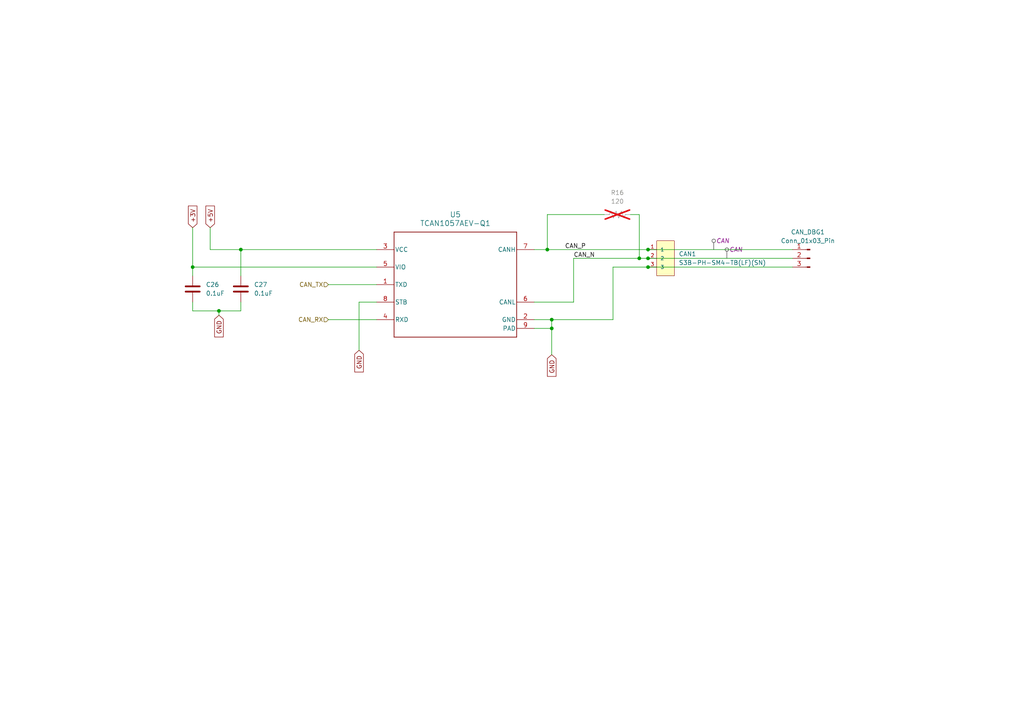
<source format=kicad_sch>
(kicad_sch (version 20230121) (generator eeschema)

  (uuid 43426bb4-b6c2-4c80-8e0e-23a177f8098b)

  (paper "A4")

  (title_block
    (title "moteus-c1")
    (rev "1.0")
  )

  (lib_symbols
    (symbol "Connector:Conn_01x03_Pin" (pin_names (offset 1.016) hide) (in_bom yes) (on_board yes)
      (property "Reference" "J" (at 0 5.08 0)
        (effects (font (size 1.27 1.27)))
      )
      (property "Value" "Conn_01x03_Pin" (at 0 -5.08 0)
        (effects (font (size 1.27 1.27)))
      )
      (property "Footprint" "" (at 0 0 0)
        (effects (font (size 1.27 1.27)) hide)
      )
      (property "Datasheet" "~" (at 0 0 0)
        (effects (font (size 1.27 1.27)) hide)
      )
      (property "ki_locked" "" (at 0 0 0)
        (effects (font (size 1.27 1.27)))
      )
      (property "ki_keywords" "connector" (at 0 0 0)
        (effects (font (size 1.27 1.27)) hide)
      )
      (property "ki_description" "Generic connector, single row, 01x03, script generated" (at 0 0 0)
        (effects (font (size 1.27 1.27)) hide)
      )
      (property "ki_fp_filters" "Connector*:*_1x??_*" (at 0 0 0)
        (effects (font (size 1.27 1.27)) hide)
      )
      (symbol "Conn_01x03_Pin_1_1"
        (polyline
          (pts
            (xy 1.27 -2.54)
            (xy 0.8636 -2.54)
          )
          (stroke (width 0.1524) (type default))
          (fill (type none))
        )
        (polyline
          (pts
            (xy 1.27 0)
            (xy 0.8636 0)
          )
          (stroke (width 0.1524) (type default))
          (fill (type none))
        )
        (polyline
          (pts
            (xy 1.27 2.54)
            (xy 0.8636 2.54)
          )
          (stroke (width 0.1524) (type default))
          (fill (type none))
        )
        (rectangle (start 0.8636 -2.413) (end 0 -2.667)
          (stroke (width 0.1524) (type default))
          (fill (type outline))
        )
        (rectangle (start 0.8636 0.127) (end 0 -0.127)
          (stroke (width 0.1524) (type default))
          (fill (type outline))
        )
        (rectangle (start 0.8636 2.667) (end 0 2.413)
          (stroke (width 0.1524) (type default))
          (fill (type outline))
        )
        (pin passive line (at 5.08 2.54 180) (length 3.81)
          (name "Pin_1" (effects (font (size 1.27 1.27))))
          (number "1" (effects (font (size 1.27 1.27))))
        )
        (pin passive line (at 5.08 0 180) (length 3.81)
          (name "Pin_2" (effects (font (size 1.27 1.27))))
          (number "2" (effects (font (size 1.27 1.27))))
        )
        (pin passive line (at 5.08 -2.54 180) (length 3.81)
          (name "Pin_3" (effects (font (size 1.27 1.27))))
          (number "3" (effects (font (size 1.27 1.27))))
        )
      )
    )
    (symbol "Device:C" (pin_numbers hide) (pin_names (offset 0.254)) (in_bom yes) (on_board yes)
      (property "Reference" "C" (at 0.635 2.54 0)
        (effects (font (size 1.27 1.27)) (justify left))
      )
      (property "Value" "C" (at 0.635 -2.54 0)
        (effects (font (size 1.27 1.27)) (justify left))
      )
      (property "Footprint" "" (at 0.9652 -3.81 0)
        (effects (font (size 1.27 1.27)) hide)
      )
      (property "Datasheet" "~" (at 0 0 0)
        (effects (font (size 1.27 1.27)) hide)
      )
      (property "ki_keywords" "cap capacitor" (at 0 0 0)
        (effects (font (size 1.27 1.27)) hide)
      )
      (property "ki_description" "Unpolarized capacitor" (at 0 0 0)
        (effects (font (size 1.27 1.27)) hide)
      )
      (property "ki_fp_filters" "C_*" (at 0 0 0)
        (effects (font (size 1.27 1.27)) hide)
      )
      (symbol "C_0_1"
        (polyline
          (pts
            (xy -2.032 -0.762)
            (xy 2.032 -0.762)
          )
          (stroke (width 0.508) (type default))
          (fill (type none))
        )
        (polyline
          (pts
            (xy -2.032 0.762)
            (xy 2.032 0.762)
          )
          (stroke (width 0.508) (type default))
          (fill (type none))
        )
      )
      (symbol "C_1_1"
        (pin passive line (at 0 3.81 270) (length 2.794)
          (name "~" (effects (font (size 1.27 1.27))))
          (number "1" (effects (font (size 1.27 1.27))))
        )
        (pin passive line (at 0 -3.81 90) (length 2.794)
          (name "~" (effects (font (size 1.27 1.27))))
          (number "2" (effects (font (size 1.27 1.27))))
        )
      )
    )
    (symbol "Device:R_US" (pin_numbers hide) (pin_names (offset 0)) (in_bom yes) (on_board yes)
      (property "Reference" "R" (at 2.54 0 90)
        (effects (font (size 1.27 1.27)))
      )
      (property "Value" "R_US" (at -2.54 0 90)
        (effects (font (size 1.27 1.27)))
      )
      (property "Footprint" "" (at 1.016 -0.254 90)
        (effects (font (size 1.27 1.27)) hide)
      )
      (property "Datasheet" "~" (at 0 0 0)
        (effects (font (size 1.27 1.27)) hide)
      )
      (property "ki_keywords" "R res resistor" (at 0 0 0)
        (effects (font (size 1.27 1.27)) hide)
      )
      (property "ki_description" "Resistor, US symbol" (at 0 0 0)
        (effects (font (size 1.27 1.27)) hide)
      )
      (property "ki_fp_filters" "R_*" (at 0 0 0)
        (effects (font (size 1.27 1.27)) hide)
      )
      (symbol "R_US_0_1"
        (polyline
          (pts
            (xy 0 -2.286)
            (xy 0 -2.54)
          )
          (stroke (width 0) (type default))
          (fill (type none))
        )
        (polyline
          (pts
            (xy 0 2.286)
            (xy 0 2.54)
          )
          (stroke (width 0) (type default))
          (fill (type none))
        )
        (polyline
          (pts
            (xy 0 -0.762)
            (xy 1.016 -1.143)
            (xy 0 -1.524)
            (xy -1.016 -1.905)
            (xy 0 -2.286)
          )
          (stroke (width 0) (type default))
          (fill (type none))
        )
        (polyline
          (pts
            (xy 0 0.762)
            (xy 1.016 0.381)
            (xy 0 0)
            (xy -1.016 -0.381)
            (xy 0 -0.762)
          )
          (stroke (width 0) (type default))
          (fill (type none))
        )
        (polyline
          (pts
            (xy 0 2.286)
            (xy 1.016 1.905)
            (xy 0 1.524)
            (xy -1.016 1.143)
            (xy 0 0.762)
          )
          (stroke (width 0) (type default))
          (fill (type none))
        )
      )
      (symbol "R_US_1_1"
        (pin passive line (at 0 3.81 270) (length 1.27)
          (name "~" (effects (font (size 1.27 1.27))))
          (number "1" (effects (font (size 1.27 1.27))))
        )
        (pin passive line (at 0 -3.81 90) (length 1.27)
          (name "~" (effects (font (size 1.27 1.27))))
          (number "2" (effects (font (size 1.27 1.27))))
        )
      )
    )
    (symbol "moteus:S3B-PH-SM4-TB(LF)(SN)" (pin_names (offset 1.016)) (in_bom yes) (on_board yes)
      (property "Reference" "J" (at -2.542 5.084 0)
        (effects (font (size 1.27 1.27)) (justify left bottom))
      )
      (property "Value" "S3B-PH-SM4-TB(LF)(SN)" (at -2.5434 -7.63 0)
        (effects (font (size 1.27 1.27)) (justify left bottom))
      )
      (property "Footprint" "S3B-PH-SM4-TB(LF)(SN):JST_S3B-PH-SM4-TB(LF)(SN)" (at 0 0 0)
        (effects (font (size 1.27 1.27)) (justify bottom) hide)
      )
      (property "Datasheet" "" (at 0 0 0)
        (effects (font (size 1.27 1.27)) hide)
      )
      (property "DigiKey_Part_Number" "" (at 0 0 0)
        (effects (font (size 1.27 1.27)) (justify bottom) hide)
      )
      (property "SnapEDA_Link" "https://www.snapeda.com/parts/S3B-PH-SM4-TB(LF)(SN)/JST+Sales+America+Inc./view-part/?ref=snap" (at 0 0 0)
        (effects (font (size 1.27 1.27)) (justify bottom) hide)
      )
      (property "Description" "\nConnector Header Surface Mount, Right Angle 3 position 0.079 (2.00mm)\n" (at 0 0 0)
        (effects (font (size 1.27 1.27)) (justify bottom) hide)
      )
      (property "Package" "None" (at 0 0 0)
        (effects (font (size 1.27 1.27)) (justify bottom) hide)
      )
      (property "Check_prices" "https://www.snapeda.com/parts/S3B-PH-SM4-TB(LF)(SN)/JST+Sales+America+Inc./view-part/?ref=eda" (at 0 0 0)
        (effects (font (size 1.27 1.27)) (justify bottom) hide)
      )
      (property "STANDARD" "MANUFACTURER RECOMMENDATIONS" (at 0 0 0)
        (effects (font (size 1.27 1.27)) (justify bottom) hide)
      )
      (property "PARTREV" "NA" (at 0 0 0)
        (effects (font (size 1.27 1.27)) (justify bottom) hide)
      )
      (property "MF" "JST Sales" (at 0 0 0)
        (effects (font (size 1.27 1.27)) (justify bottom) hide)
      )
      (property "MP" "S3B-PH-SM4-TB(LF)(SN)" (at 0 0 0)
        (effects (font (size 1.27 1.27)) (justify bottom) hide)
      )
      (property "MANUFACTURER" "JST" (at 0 0 0)
        (effects (font (size 1.27 1.27)) (justify bottom) hide)
      )
      (symbol "S3B-PH-SM4-TB(LF)(SN)_0_0"
        (rectangle (start -2.54 -5.08) (end 2.54 5.08)
          (stroke (width 0.127) (type default))
          (fill (type background))
        )
        (pin passive line (at -5.08 2.54 0) (length 2.54)
          (name "1" (effects (font (size 1.016 1.016))))
          (number "1" (effects (font (size 1.016 1.016))))
        )
        (pin passive line (at -5.08 0 0) (length 2.54)
          (name "2" (effects (font (size 1.016 1.016))))
          (number "2" (effects (font (size 1.016 1.016))))
        )
        (pin passive line (at -5.08 -2.54 0) (length 2.54)
          (name "3" (effects (font (size 1.016 1.016))))
          (number "3" (effects (font (size 1.016 1.016))))
        )
      )
    )
    (symbol "moteus:TCAN1042HGVDRBRQ1" (pin_names (offset 0.254)) (in_bom yes) (on_board yes)
      (property "Reference" "U" (at 0 2.54 0)
        (effects (font (size 1.524 1.524)))
      )
      (property "Value" "TCAN1042HGVDRBRQ1" (at 0 0 0)
        (effects (font (size 1.524 1.524)))
      )
      (property "Footprint" "DRB0008F" (at 0 0 0)
        (effects (font (size 1.27 1.27) italic) hide)
      )
      (property "Datasheet" "TCAN1042HGVDRBRQ1" (at 0 0 0)
        (effects (font (size 1.27 1.27) italic) hide)
      )
      (property "ki_locked" "" (at 0 0 0)
        (effects (font (size 1.27 1.27)))
      )
      (property "ki_keywords" "TCAN1042HGVDRBRQ1" (at 0 0 0)
        (effects (font (size 1.27 1.27)) hide)
      )
      (property "ki_fp_filters" "DRB0008F" (at 0 0 0)
        (effects (font (size 1.27 1.27)) hide)
      )
      (symbol "TCAN1042HGVDRBRQ1_0_1"
        (polyline
          (pts
            (xy -17.78 -15.24)
            (xy 17.78 -15.24)
          )
          (stroke (width 0.2032) (type default))
          (fill (type none))
        )
        (polyline
          (pts
            (xy -17.78 15.24)
            (xy -17.78 -15.24)
          )
          (stroke (width 0.2032) (type default))
          (fill (type none))
        )
        (polyline
          (pts
            (xy 17.78 -15.24)
            (xy 17.78 15.24)
          )
          (stroke (width 0.2032) (type default))
          (fill (type none))
        )
        (polyline
          (pts
            (xy 17.78 15.24)
            (xy -17.78 15.24)
          )
          (stroke (width 0.2032) (type default))
          (fill (type none))
        )
        (pin input line (at -22.86 0 0) (length 5.08)
          (name "TXD" (effects (font (size 1.27 1.27))))
          (number "1" (effects (font (size 1.27 1.27))))
        )
        (pin power_in line (at 22.86 -10.16 180) (length 5.08)
          (name "GND" (effects (font (size 1.27 1.27))))
          (number "2" (effects (font (size 1.27 1.27))))
        )
        (pin power_in line (at -22.86 10.16 0) (length 5.08)
          (name "VCC" (effects (font (size 1.27 1.27))))
          (number "3" (effects (font (size 1.27 1.27))))
        )
        (pin output line (at -22.86 -10.16 0) (length 5.08)
          (name "RXD" (effects (font (size 1.27 1.27))))
          (number "4" (effects (font (size 1.27 1.27))))
        )
        (pin power_in line (at -22.86 5.08 0) (length 5.08)
          (name "VIO" (effects (font (size 1.27 1.27))))
          (number "5" (effects (font (size 1.27 1.27))))
        )
        (pin bidirectional line (at 22.86 -5.08 180) (length 5.08)
          (name "CANL" (effects (font (size 1.27 1.27))))
          (number "6" (effects (font (size 1.27 1.27))))
        )
        (pin bidirectional line (at 22.86 10.16 180) (length 5.08)
          (name "CANH" (effects (font (size 1.27 1.27))))
          (number "7" (effects (font (size 1.27 1.27))))
        )
        (pin input line (at -22.86 -5.08 0) (length 5.08)
          (name "STB" (effects (font (size 1.27 1.27))))
          (number "8" (effects (font (size 1.27 1.27))))
        )
        (pin power_in line (at 22.86 -12.7 180) (length 5.08)
          (name "PAD" (effects (font (size 1.27 1.27))))
          (number "9" (effects (font (size 1.27 1.27))))
        )
      )
    )
  )

  (junction (at 158.75 72.39) (diameter 0) (color 0 0 0 0)
    (uuid 09af2eaa-53c4-40a9-85f2-eb2becdd4ca9)
  )
  (junction (at 160.02 92.71) (diameter 0) (color 0 0 0 0)
    (uuid 0cf6aa07-8606-4e36-a1b3-764f0be26e4b)
  )
  (junction (at 187.96 74.93) (diameter 0) (color 0 0 0 0)
    (uuid 2b9d4c4f-5f6f-4cd8-9b36-a0afc020d6de)
  )
  (junction (at 69.85 72.39) (diameter 0) (color 0 0 0 0)
    (uuid 2c7389df-922d-4eeb-8955-8ba1d47adf79)
  )
  (junction (at 63.5 90.17) (diameter 0) (color 0 0 0 0)
    (uuid 333d54ad-7fac-44be-8fa4-493c0939a701)
  )
  (junction (at 160.02 95.25) (diameter 0) (color 0 0 0 0)
    (uuid 6d43036d-115c-461b-abf5-68a6d912008a)
  )
  (junction (at 55.88 77.47) (diameter 0) (color 0 0 0 0)
    (uuid 8c6cb8e5-b6ef-4def-82fc-8a570e7eae59)
  )
  (junction (at 185.42 74.93) (diameter 0) (color 0 0 0 0)
    (uuid a7eede5d-b719-47f3-aa2d-8f9dcc8f4caf)
  )
  (junction (at 187.96 72.39) (diameter 0) (color 0 0 0 0)
    (uuid c4a2cc83-58a7-4bda-ada9-858a2f74c256)
  )
  (junction (at 187.96 77.47) (diameter 0) (color 0 0 0 0)
    (uuid fe5ddd16-8fdf-42a4-91ee-0d4fed3aa992)
  )

  (wire (pts (xy 55.88 66.04) (xy 55.88 77.47))
    (stroke (width 0) (type default))
    (uuid 0a1b6602-ee81-465c-b304-66e944367847)
  )
  (wire (pts (xy 154.94 72.39) (xy 158.75 72.39))
    (stroke (width 0) (type default))
    (uuid 0d58b181-4411-4e6a-97e5-868747702b61)
  )
  (wire (pts (xy 160.02 95.25) (xy 160.02 92.71))
    (stroke (width 0) (type default))
    (uuid 15df65c6-75a8-4c16-a498-0f34a843fb9e)
  )
  (wire (pts (xy 158.75 62.23) (xy 158.75 72.39))
    (stroke (width 0) (type default))
    (uuid 19dbe0a6-9581-4f9a-806a-da0be08b6725)
  )
  (wire (pts (xy 185.42 62.23) (xy 185.42 74.93))
    (stroke (width 0) (type default))
    (uuid 217faea0-8bf1-49ed-b11a-753dd8d4df10)
  )
  (wire (pts (xy 69.85 87.63) (xy 69.85 90.17))
    (stroke (width 0) (type default))
    (uuid 22a1b383-fc6e-4e1c-8c8a-8e083eb797c1)
  )
  (wire (pts (xy 95.25 92.71) (xy 109.22 92.71))
    (stroke (width 0) (type default))
    (uuid 273f2001-4b60-4d65-99c5-e83dbf3fb7d0)
  )
  (wire (pts (xy 154.94 87.63) (xy 166.37 87.63))
    (stroke (width 0) (type default))
    (uuid 3c28751a-86b8-499f-a6a0-ce82ed6428c5)
  )
  (wire (pts (xy 158.75 72.39) (xy 187.96 72.39))
    (stroke (width 0) (type default))
    (uuid 3c64627f-4278-488c-a3ab-3d9b3da053d1)
  )
  (wire (pts (xy 69.85 90.17) (xy 63.5 90.17))
    (stroke (width 0) (type default))
    (uuid 53cf4c91-d58b-4e76-b0ef-bd03248720ef)
  )
  (wire (pts (xy 166.37 87.63) (xy 166.37 74.93))
    (stroke (width 0) (type default))
    (uuid 67fc191d-3759-4429-bdce-f79c93633f8b)
  )
  (wire (pts (xy 55.88 87.63) (xy 55.88 90.17))
    (stroke (width 0) (type default))
    (uuid 834f40de-bf11-4080-9cee-dd0c34f87f15)
  )
  (wire (pts (xy 185.42 74.93) (xy 187.96 74.93))
    (stroke (width 0) (type default))
    (uuid 8408e690-d183-49f5-8432-3e5b87ec36b7)
  )
  (wire (pts (xy 158.75 62.23) (xy 175.26 62.23))
    (stroke (width 0) (type default))
    (uuid 882687d3-84f2-4f7b-818f-4d08830f3ba4)
  )
  (wire (pts (xy 55.88 77.47) (xy 55.88 80.01))
    (stroke (width 0) (type default))
    (uuid 8e3ef95a-288a-46ee-b7c0-2f5b28ea3b04)
  )
  (wire (pts (xy 55.88 90.17) (xy 63.5 90.17))
    (stroke (width 0) (type default))
    (uuid 97877a7b-6d9f-43eb-932f-6c18534f459a)
  )
  (wire (pts (xy 182.88 62.23) (xy 185.42 62.23))
    (stroke (width 0) (type default))
    (uuid 9f5b9bad-0170-4a90-8740-6771e0ab40a1)
  )
  (wire (pts (xy 187.96 77.47) (xy 229.87 77.47))
    (stroke (width 0) (type default))
    (uuid a08c77d1-ee08-4ef5-a228-8bca78d23603)
  )
  (wire (pts (xy 104.14 87.63) (xy 109.22 87.63))
    (stroke (width 0) (type default))
    (uuid a099b94f-917a-474d-b4b5-56de4252f630)
  )
  (wire (pts (xy 63.5 90.17) (xy 63.5 91.44))
    (stroke (width 0) (type default))
    (uuid a4f12ea7-06ff-478c-9c0e-afc3245caef9)
  )
  (wire (pts (xy 104.14 101.6) (xy 104.14 87.63))
    (stroke (width 0) (type default))
    (uuid b512d59e-580a-40ee-a819-3ad47d29ae08)
  )
  (wire (pts (xy 160.02 102.87) (xy 160.02 95.25))
    (stroke (width 0) (type default))
    (uuid b80e1efb-2d5d-4f2a-8428-0631464310ea)
  )
  (wire (pts (xy 187.96 74.93) (xy 229.87 74.93))
    (stroke (width 0) (type default))
    (uuid b832215e-9ca2-44f2-b14d-9b7c6c2fa631)
  )
  (wire (pts (xy 166.37 74.93) (xy 185.42 74.93))
    (stroke (width 0) (type default))
    (uuid b853aa1c-7b0e-4e9f-9bc8-7c69b19b0135)
  )
  (wire (pts (xy 160.02 95.25) (xy 154.94 95.25))
    (stroke (width 0) (type default))
    (uuid bb1e70f9-800b-4306-836f-dd96f802d688)
  )
  (wire (pts (xy 177.8 92.71) (xy 177.8 77.47))
    (stroke (width 0) (type default))
    (uuid bca8dfe1-03ac-4c78-aa76-d68149dbec8c)
  )
  (wire (pts (xy 69.85 72.39) (xy 109.22 72.39))
    (stroke (width 0) (type default))
    (uuid be19eef1-4b56-4e84-892d-ce913f32f2cc)
  )
  (wire (pts (xy 60.96 66.04) (xy 60.96 72.39))
    (stroke (width 0) (type default))
    (uuid c173b726-6c00-4891-bc77-6720a7769f78)
  )
  (wire (pts (xy 177.8 77.47) (xy 187.96 77.47))
    (stroke (width 0) (type default))
    (uuid c782dedf-02d3-4310-9d10-e37275c4badf)
  )
  (wire (pts (xy 60.96 72.39) (xy 69.85 72.39))
    (stroke (width 0) (type default))
    (uuid c971dcc7-62e1-4ecb-918f-2e120b923130)
  )
  (wire (pts (xy 187.96 72.39) (xy 229.87 72.39))
    (stroke (width 0) (type default))
    (uuid ee161ae3-73ce-479e-9df5-223437dc25c1)
  )
  (wire (pts (xy 95.25 82.55) (xy 109.22 82.55))
    (stroke (width 0) (type default))
    (uuid f0cbaa0a-0cbb-4b52-ae75-676d9dda66dd)
  )
  (wire (pts (xy 160.02 92.71) (xy 177.8 92.71))
    (stroke (width 0) (type default))
    (uuid f22e61db-c455-4bef-9ded-9c31e7baf476)
  )
  (wire (pts (xy 69.85 72.39) (xy 69.85 80.01))
    (stroke (width 0) (type default))
    (uuid f37a37c3-6165-4fa0-8bdb-2ed1f5e1f29d)
  )
  (wire (pts (xy 55.88 77.47) (xy 109.22 77.47))
    (stroke (width 0) (type default))
    (uuid f921eecf-4064-46d9-a6a6-97f77ab54ba2)
  )
  (wire (pts (xy 160.02 92.71) (xy 154.94 92.71))
    (stroke (width 0) (type default))
    (uuid ff5f86fd-9592-4c11-bb28-ef7a187b2d82)
  )

  (label "CAN_N" (at 166.37 74.93 0) (fields_autoplaced)
    (effects (font (size 1.27 1.27)) (justify left bottom))
    (uuid bdc09de2-f5ba-4344-ba85-15a3799e3804)
  )
  (label "CAN_P" (at 163.83 72.39 0) (fields_autoplaced)
    (effects (font (size 1.27 1.27)) (justify left bottom))
    (uuid d4528547-d0a3-40bc-9f76-c2fadf6f0144)
  )

  (global_label "GND" (shape input) (at 160.02 102.87 270) (fields_autoplaced)
    (effects (font (size 1.27 1.27)) (justify right))
    (uuid 4fab22ff-a765-43aa-adc9-5473d289bac0)
    (property "Intersheetrefs" "${INTERSHEET_REFS}" (at 160.02 109.7257 90)
      (effects (font (size 1.27 1.27)) (justify right) hide)
    )
  )
  (global_label "GND" (shape input) (at 63.5 91.44 270) (fields_autoplaced)
    (effects (font (size 1.27 1.27)) (justify right))
    (uuid 7368c740-01c6-4d13-b99c-069b3fdb8bc7)
    (property "Intersheetrefs" "${INTERSHEET_REFS}" (at 63.5 98.2957 90)
      (effects (font (size 1.27 1.27)) (justify right) hide)
    )
  )
  (global_label "+3V" (shape input) (at 55.88 66.04 90) (fields_autoplaced)
    (effects (font (size 1.27 1.27)) (justify left))
    (uuid bb975923-ba44-4f95-9d11-79ca6d22ec4c)
    (property "Intersheetrefs" "${INTERSHEET_REFS}" (at 55.88 59.1843 90)
      (effects (font (size 1.27 1.27)) (justify left) hide)
    )
  )
  (global_label "+5V" (shape input) (at 60.96 66.04 90) (fields_autoplaced)
    (effects (font (size 1.27 1.27)) (justify left))
    (uuid c6241987-6072-440a-8633-8aa94682008c)
    (property "Intersheetrefs" "${INTERSHEET_REFS}" (at 60.96 59.1843 90)
      (effects (font (size 1.27 1.27)) (justify left) hide)
    )
  )
  (global_label "GND" (shape input) (at 104.14 101.6 270) (fields_autoplaced)
    (effects (font (size 1.27 1.27)) (justify right))
    (uuid d3860d4a-6e6c-4db2-a50f-8fc04abd4805)
    (property "Intersheetrefs" "${INTERSHEET_REFS}" (at 104.14 108.4557 90)
      (effects (font (size 1.27 1.27)) (justify right) hide)
    )
  )

  (hierarchical_label "CAN_TX" (shape input) (at 95.25 82.55 180) (fields_autoplaced)
    (effects (font (size 1.27 1.27)) (justify right))
    (uuid 6339f012-f1a3-49c8-8973-605754de11e2)
  )
  (hierarchical_label "CAN_RX" (shape input) (at 95.25 92.71 180) (fields_autoplaced)
    (effects (font (size 1.27 1.27)) (justify right))
    (uuid b8d91155-afae-4397-9683-19391c1858d8)
  )

  (netclass_flag "" (length 2.54) (shape round) (at 210.82 74.93 0) (fields_autoplaced)
    (effects (font (size 1.27 1.27)) (justify left bottom))
    (uuid 1da5fd1c-71f1-443b-b863-339748ddd8c0)
    (property "Netclass" "CAN" (at 211.5185 72.39 0)
      (effects (font (size 1.27 1.27) italic) (justify left))
    )
  )
  (netclass_flag "" (length 2.54) (shape round) (at 207.01 72.39 0) (fields_autoplaced)
    (effects (font (size 1.27 1.27)) (justify left bottom))
    (uuid 63683522-af79-4ad6-9fbd-b8aed5df207e)
    (property "Netclass" "CAN" (at 207.7085 69.85 0)
      (effects (font (size 1.27 1.27) italic) (justify left))
    )
  )

  (symbol (lib_id "moteus:S3B-PH-SM4-TB(LF)(SN)") (at 193.04 74.93 0) (unit 1)
    (in_bom yes) (on_board yes) (dnp no) (fields_autoplaced)
    (uuid 3bac4ec8-1c9c-4ae3-ad80-65f8c11d428f)
    (property "Reference" "CAN1" (at 196.85 73.66 0)
      (effects (font (size 1.27 1.27)) (justify left))
    )
    (property "Value" "S3B-PH-SM4-TB(LF)(SN)" (at 196.85 76.2 0)
      (effects (font (size 1.27 1.27)) (justify left))
    )
    (property "Footprint" "moteus:JST_S3B-PH-SM4-TB(LF)(SN)" (at 193.04 74.93 0)
      (effects (font (size 1.27 1.27)) (justify bottom) hide)
    )
    (property "Datasheet" "" (at 193.04 74.93 0)
      (effects (font (size 1.27 1.27)) hide)
    )
    (property "MF" "JST" (at 193.04 74.93 0)
      (effects (font (size 1.27 1.27)) (justify bottom) hide)
    )
    (property "MPN" "S3B-PH-SM4-TB(LF)(SN)" (at 193.04 74.93 0)
      (effects (font (size 1.27 1.27)) (justify bottom) hide)
    )
    (property "POPULATE" "1" (at 193.04 74.93 0)
      (effects (font (size 1.27 1.27)) hide)
    )
    (pin "1" (uuid dd0b1915-a1af-476f-b39c-bc221867c820))
    (pin "2" (uuid d625cee1-870e-4734-87a5-ecaab2aae06c))
    (pin "3" (uuid 5f8946fc-f606-48fc-97a3-19cc1e9e7d3e))
    (instances
      (project "moteus_c1"
        (path "/bd70986b-b0dc-4add-82aa-78459b97d0c4/cf7fb73e-e679-40b6-8bcc-ee7cd8d392ee"
          (reference "CAN1") (unit 1)
        )
      )
    )
  )

  (symbol (lib_id "moteus:TCAN1042HGVDRBRQ1") (at 132.08 82.55 0) (unit 1)
    (in_bom yes) (on_board yes) (dnp no) (fields_autoplaced)
    (uuid b0ecb3d2-4270-425b-b3d9-9e0d7cee380b)
    (property "Reference" "U5" (at 132.08 62.23 0)
      (effects (font (size 1.524 1.524)))
    )
    (property "Value" "TCAN1057AEV-Q1" (at 132.08 64.77 0)
      (effects (font (size 1.524 1.524)))
    )
    (property "Footprint" "moteus:SOIC-8_3.9x4.9mm_P1.27mm" (at 132.08 82.55 0)
      (effects (font (size 1.27 1.27) italic) hide)
    )
    (property "Datasheet" "TCAN1057AEVDRQ1" (at 132.08 82.55 0)
      (effects (font (size 1.27 1.27) italic) hide)
    )
    (property "MPN" "TCAN1057AEVDRQ1" (at 132.08 82.55 0)
      (effects (font (size 1.27 1.27)) hide)
    )
    (property "MF" "TI" (at 132.08 82.55 0)
      (effects (font (size 1.27 1.27)) hide)
    )
    (property "POPULATE" "1" (at 132.08 82.55 0)
      (effects (font (size 1.27 1.27)) hide)
    )
    (pin "1" (uuid db526dee-b5cd-49c9-93f0-9a6e1de13621))
    (pin "2" (uuid b91b8657-afeb-4f2d-9b2b-301ac71b8a21))
    (pin "3" (uuid c9e76806-42ab-4a55-abea-ddb58a8ab03f))
    (pin "4" (uuid 8211306c-22a2-4cfe-84f4-575489080342))
    (pin "5" (uuid 269979e9-7a92-4f0e-9aee-b10797f8b62c))
    (pin "6" (uuid 144bb232-e7f7-4182-afcf-23259806cfc5))
    (pin "7" (uuid 41223286-2c79-44a1-88db-f3c31daa6bd8))
    (pin "8" (uuid 7321d817-471d-463a-b1b0-3b23fb752ac4))
    (pin "9" (uuid eeeddf90-43b7-443a-9312-734bb88d9a62))
    (instances
      (project "moteus_c1"
        (path "/bd70986b-b0dc-4add-82aa-78459b97d0c4/cf7fb73e-e679-40b6-8bcc-ee7cd8d392ee"
          (reference "U5") (unit 1)
        )
      )
    )
  )

  (symbol (lib_id "Device:C") (at 69.85 83.82 0) (unit 1)
    (in_bom yes) (on_board yes) (dnp no) (fields_autoplaced)
    (uuid b31703b4-aa5e-40b7-be46-f67ed15cb8e1)
    (property "Reference" "C27" (at 73.66 82.55 0)
      (effects (font (size 1.27 1.27)) (justify left))
    )
    (property "Value" "0.1uF" (at 73.66 85.09 0)
      (effects (font (size 1.27 1.27)) (justify left))
    )
    (property "Footprint" "Capacitor_SMD:C_0402_1005Metric" (at 70.8152 87.63 0)
      (effects (font (size 1.27 1.27)) hide)
    )
    (property "Datasheet" "~" (at 69.85 83.82 0)
      (effects (font (size 1.27 1.27)) hide)
    )
    (property "MPN" "MF-CAP-0402-0.1uF" (at 69.85 83.82 0)
      (effects (font (size 1.27 1.27)) hide)
    )
    (property "POPULATE" "1" (at 69.85 83.82 0)
      (effects (font (size 1.27 1.27)) hide)
    )
    (pin "1" (uuid c0469635-92d9-49e1-bed3-0a7c1036bfd7))
    (pin "2" (uuid 4500d2a2-a703-4a10-8741-829c9f291fd2))
    (instances
      (project "moteus_c1"
        (path "/bd70986b-b0dc-4add-82aa-78459b97d0c4/cf7fb73e-e679-40b6-8bcc-ee7cd8d392ee"
          (reference "C27") (unit 1)
        )
      )
    )
  )

  (symbol (lib_id "Device:C") (at 55.88 83.82 0) (unit 1)
    (in_bom yes) (on_board yes) (dnp no) (fields_autoplaced)
    (uuid e6e0497c-0b0e-45bd-ad38-334863f37571)
    (property "Reference" "C26" (at 59.69 82.55 0)
      (effects (font (size 1.27 1.27)) (justify left))
    )
    (property "Value" "0.1uF" (at 59.69 85.09 0)
      (effects (font (size 1.27 1.27)) (justify left))
    )
    (property "Footprint" "Capacitor_SMD:C_0402_1005Metric" (at 56.8452 87.63 0)
      (effects (font (size 1.27 1.27)) hide)
    )
    (property "Datasheet" "~" (at 55.88 83.82 0)
      (effects (font (size 1.27 1.27)) hide)
    )
    (property "MPN" "MF-CAP-0402-0.1uF" (at 55.88 83.82 0)
      (effects (font (size 1.27 1.27)) hide)
    )
    (property "POPULATE" "1" (at 55.88 83.82 0)
      (effects (font (size 1.27 1.27)) hide)
    )
    (pin "1" (uuid b9305d64-03f8-4c6d-b875-e705342aa958))
    (pin "2" (uuid 917fa9bb-a575-4ae3-a22a-5cbc787335f4))
    (instances
      (project "moteus_c1"
        (path "/bd70986b-b0dc-4add-82aa-78459b97d0c4/cf7fb73e-e679-40b6-8bcc-ee7cd8d392ee"
          (reference "C26") (unit 1)
        )
      )
    )
  )

  (symbol (lib_id "Device:R_US") (at 179.07 62.23 90) (unit 1)
    (in_bom yes) (on_board yes) (dnp yes) (fields_autoplaced)
    (uuid ee8e0c37-3803-416e-ae81-4c812a3bf7c5)
    (property "Reference" "R16" (at 179.07 55.88 90)
      (effects (font (size 1.27 1.27)))
    )
    (property "Value" "120" (at 179.07 58.42 90)
      (effects (font (size 1.27 1.27)))
    )
    (property "Footprint" "Resistor_SMD:R_0805_2012Metric" (at 179.324 61.214 90)
      (effects (font (size 1.27 1.27)) hide)
    )
    (property "Datasheet" "~" (at 179.07 62.23 0)
      (effects (font (size 1.27 1.27)) hide)
    )
    (property "MPN" "RC0805FR-07120RL" (at 179.07 62.23 90)
      (effects (font (size 1.27 1.27)) hide)
    )
    (property "MF" "YAGEO" (at 179.07 62.23 90)
      (effects (font (size 1.27 1.27)) hide)
    )
    (property "POPULATE" "0" (at 179.07 62.23 90)
      (effects (font (size 1.27 1.27)) hide)
    )
    (pin "1" (uuid f88f1787-4659-4e1a-90cf-4e3ac7a20ab8))
    (pin "2" (uuid e38a1444-c80d-4c24-b411-722404b8d0f5))
    (instances
      (project "moteus_c1"
        (path "/bd70986b-b0dc-4add-82aa-78459b97d0c4/cf7fb73e-e679-40b6-8bcc-ee7cd8d392ee"
          (reference "R16") (unit 1)
        )
      )
    )
  )

  (symbol (lib_id "Connector:Conn_01x03_Pin") (at 234.95 74.93 0) (mirror y) (unit 1)
    (in_bom no) (on_board yes) (dnp no)
    (uuid f801137b-fa6e-4fb0-bd0b-132992c72e1d)
    (property "Reference" "CAN_DBG1" (at 234.315 67.31 0)
      (effects (font (size 1.27 1.27)))
    )
    (property "Value" "Conn_01x03_Pin" (at 234.315 69.85 0)
      (effects (font (size 1.27 1.27)))
    )
    (property "Footprint" "Connector_PinHeader_2.00mm:PinHeader_1x03_P2.00mm_Vertical" (at 234.95 74.93 0)
      (effects (font (size 1.27 1.27)) hide)
    )
    (property "Datasheet" "~" (at 234.95 74.93 0)
      (effects (font (size 1.27 1.27)) hide)
    )
    (pin "1" (uuid e934c250-9e83-4e5b-b705-84908d806a82))
    (pin "2" (uuid 8279f72f-c48b-4271-8274-2b6f65a8f3c8))
    (pin "3" (uuid d5ba7bb3-920b-432d-a336-63a2cdd2b060))
    (instances
      (project "moteus_c1"
        (path "/bd70986b-b0dc-4add-82aa-78459b97d0c4/cf7fb73e-e679-40b6-8bcc-ee7cd8d392ee"
          (reference "CAN_DBG1") (unit 1)
        )
      )
    )
  )
)

</source>
